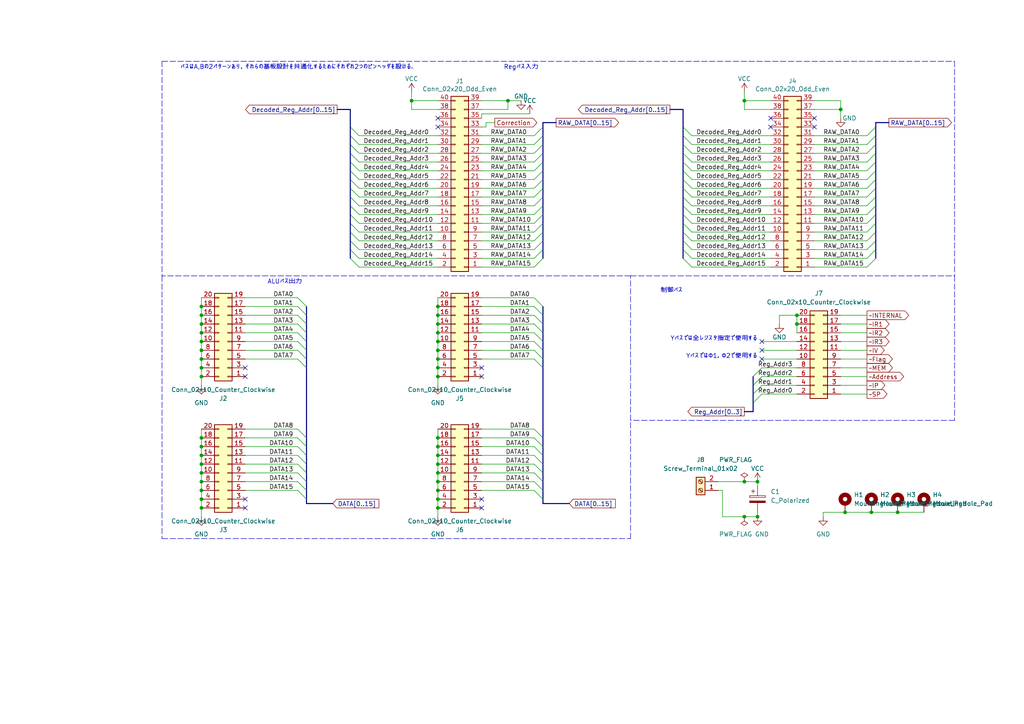
<source format=kicad_sch>
(kicad_sch (version 20211123) (generator eeschema)
  (paper "A4")
  (lib_symbols
    (symbol "Connector:Screw_Terminal_01x02" (pin_names (offset 1.016) hide)
      (property "Reference" "J" (at 0 2.54 0))
      (property "Value" "Screw_Terminal_01x02" (at 0 -5.08 0))
      (symbol "Screw_Terminal_01x02_1_1"
        (rectangle (start -1.27 1.27) (end 1.27 -3.81) (stroke (width 0.254)) (fill (type background)))
        (circle (center 0 -2.54) (radius 0.635) (stroke (width 0.1524)))
        (polyline (pts (xy -0.5334 -2.2098) (xy 0.3302 -3.048)) (stroke (width 0.1524)))
        (polyline (pts (xy -0.5334 0.3302) (xy 0.3302 -0.508)) (stroke (width 0.1524)))
        (polyline (pts (xy -0.3556 -2.032) (xy 0.508 -2.8702)) (stroke (width 0.1524)))
        (polyline (pts (xy -0.3556 0.508) (xy 0.508 -0.3302)) (stroke (width 0.1524)))
        (circle (center 0 0) (radius 0.635) (stroke (width 0.1524)))
        (pin passive line (at -5.08 0 0) (length 3.81) (name "Pin_1") (number "1"))
        (pin passive line (at -5.08 -2.54 0) (length 3.81) (name "Pin_2") (number "2"))
      )
    )
    (symbol "Connector_Generic:Conn_02x10_Odd_Even" (pin_names (offset 1.016) hide)
      (property "Reference" "J" (at 1.27 12.7 0))
      (property "Value" "Conn_02x10_Odd_Even" (at 1.27 -15.24 0))
      (symbol "Conn_02x10_Odd_Even_1_1"
        (rectangle (start -1.27 -12.573) (end 0 -12.827) (stroke (width 0.1524)))
        (rectangle (start -1.27 -10.033) (end 0 -10.287) (stroke (width 0.1524)))
        (rectangle (start -1.27 -7.493) (end 0 -7.747) (stroke (width 0.1524)))
        (rectangle (start -1.27 -4.953) (end 0 -5.207) (stroke (width 0.1524)))
        (rectangle (start -1.27 -2.413) (end 0 -2.667) (stroke (width 0.1524)))
        (rectangle (start -1.27 0.127) (end 0 -0.127) (stroke (width 0.1524)))
        (rectangle (start -1.27 2.667) (end 0 2.413) (stroke (width 0.1524)))
        (rectangle (start -1.27 5.207) (end 0 4.953) (stroke (width 0.1524)))
        (rectangle (start -1.27 7.747) (end 0 7.493) (stroke (width 0.1524)))
        (rectangle (start -1.27 10.287) (end 0 10.033) (stroke (width 0.1524)))
        (rectangle (start -1.27 11.43) (end 3.81 -13.97) (stroke (width 0.254)) (fill (type background)))
        (rectangle (start 3.81 -12.573) (end 2.54 -12.827) (stroke (width 0.1524)))
        (rectangle (start 3.81 -10.033) (end 2.54 -10.287) (stroke (width 0.1524)))
        (rectangle (start 3.81 -7.493) (end 2.54 -7.747) (stroke (width 0.1524)))
        (rectangle (start 3.81 -4.953) (end 2.54 -5.207) (stroke (width 0.1524)))
        (rectangle (start 3.81 -2.413) (end 2.54 -2.667) (stroke (width 0.1524)))
        (rectangle (start 3.81 0.127) (end 2.54 -0.127) (stroke (width 0.1524)))
        (rectangle (start 3.81 2.667) (end 2.54 2.413) (stroke (width 0.1524)))
        (rectangle (start 3.81 5.207) (end 2.54 4.953) (stroke (width 0.1524)))
        (rectangle (start 3.81 7.747) (end 2.54 7.493) (stroke (width 0.1524)))
        (rectangle (start 3.81 10.287) (end 2.54 10.033) (stroke (width 0.1524)))
        (pin passive line (at -5.08 10.16 0) (length 3.81) (name "Pin_1") (number "1"))
        (pin passive line (at 7.62 0 180) (length 3.81) (name "Pin_10") (number "10"))
        (pin passive line (at -5.08 -2.54 0) (length 3.81) (name "Pin_11") (number "11"))
        (pin passive line (at 7.62 -2.54 180) (length 3.81) (name "Pin_12") (number "12"))
        (pin passive line (at -5.08 -5.08 0) (length 3.81) (name "Pin_13") (number "13"))
        (pin passive line (at 7.62 -5.08 180) (length 3.81) (name "Pin_14") (number "14"))
        (pin passive line (at -5.08 -7.62 0) (length 3.81) (name "Pin_15") (number "15"))
        (pin passive line (at 7.62 -7.62 180) (length 3.81) (name "Pin_16") (number "16"))
        (pin passive line (at -5.08 -10.16 0) (length 3.81) (name "Pin_17") (number "17"))
        (pin passive line (at 7.62 -10.16 180) (length 3.81) (name "Pin_18") (number "18"))
        (pin passive line (at -5.08 -12.7 0) (length 3.81) (name "Pin_19") (number "19"))
        (pin passive line (at 7.62 10.16 180) (length 3.81) (name "Pin_2") (number "2"))
        (pin passive line (at 7.62 -12.7 180) (length 3.81) (name "Pin_20") (number "20"))
        (pin passive line (at -5.08 7.62 0) (length 3.81) (name "Pin_3") (number "3"))
        (pin passive line (at 7.62 7.62 180) (length 3.81) (name "Pin_4") (number "4"))
        (pin passive line (at -5.08 5.08 0) (length 3.81) (name "Pin_5") (number "5"))
        (pin passive line (at 7.62 5.08 180) (length 3.81) (name "Pin_6") (number "6"))
        (pin passive line (at -5.08 2.54 0) (length 3.81) (name "Pin_7") (number "7"))
        (pin passive line (at 7.62 2.54 180) (length 3.81) (name "Pin_8") (number "8"))
        (pin passive line (at -5.08 0 0) (length 3.81) (name "Pin_9") (number "9"))
      )
    )
    (symbol "Connector_Generic:Conn_02x20_Odd_Even" (pin_names (offset 1.016) hide)
      (property "Reference" "J" (at 1.27 25.4 0))
      (property "Value" "Conn_02x20_Odd_Even" (at 1.27 -27.94 0))
      (symbol "Conn_02x20_Odd_Even_1_1"
        (rectangle (start -1.27 -25.273) (end 0 -25.527) (stroke (width 0.1524)))
        (rectangle (start -1.27 -22.733) (end 0 -22.987) (stroke (width 0.1524)))
        (rectangle (start -1.27 -20.193) (end 0 -20.447) (stroke (width 0.1524)))
        (rectangle (start -1.27 -17.653) (end 0 -17.907) (stroke (width 0.1524)))
        (rectangle (start -1.27 -15.113) (end 0 -15.367) (stroke (width 0.1524)))
        (rectangle (start -1.27 -12.573) (end 0 -12.827) (stroke (width 0.1524)))
        (rectangle (start -1.27 -10.033) (end 0 -10.287) (stroke (width 0.1524)))
        (rectangle (start -1.27 -7.493) (end 0 -7.747) (stroke (width 0.1524)))
        (rectangle (start -1.27 -4.953) (end 0 -5.207) (stroke (width 0.1524)))
        (rectangle (start -1.27 -2.413) (end 0 -2.667) (stroke (width 0.1524)))
        (rectangle (start -1.27 0.127) (end 0 -0.127) (stroke (width 0.1524)))
        (rectangle (start -1.27 2.667) (end 0 2.413) (stroke (width 0.1524)))
        (rectangle (start -1.27 5.207) (end 0 4.953) (stroke (width 0.1524)))
        (rectangle (start -1.27 7.747) (end 0 7.493) (stroke (width 0.1524)))
        (rectangle (start -1.27 10.287) (end 0 10.033) (stroke (width 0.1524)))
        (rectangle (start -1.27 12.827) (end 0 12.573) (stroke (width 0.1524)))
        (rectangle (start -1.27 15.367) (end 0 15.113) (stroke (width 0.1524)))
        (rectangle (start -1.27 17.907) (end 0 17.653) (stroke (width 0.1524)))
        (rectangle (start -1.27 20.447) (end 0 20.193) (stroke (width 0.1524)))
        (rectangle (start -1.27 22.987) (end 0 22.733) (stroke (width 0.1524)))
        (rectangle (start -1.27 24.13) (end 3.81 -26.67) (stroke (width 0.254)) (fill (type background)))
        (rectangle (start 3.81 -25.273) (end 2.54 -25.527) (stroke (width 0.1524)))
        (rectangle (start 3.81 -22.733) (end 2.54 -22.987) (stroke (width 0.1524)))
        (rectangle (start 3.81 -20.193) (end 2.54 -20.447) (stroke (width 0.1524)))
        (rectangle (start 3.81 -17.653) (end 2.54 -17.907) (stroke (width 0.1524)))
        (rectangle (start 3.81 -15.113) (end 2.54 -15.367) (stroke (width 0.1524)))
        (rectangle (start 3.81 -12.573) (end 2.54 -12.827) (stroke (width 0.1524)))
        (rectangle (start 3.81 -10.033) (end 2.54 -10.287) (stroke (width 0.1524)))
        (rectangle (start 3.81 -7.493) (end 2.54 -7.747) (stroke (width 0.1524)))
        (rectangle (start 3.81 -4.953) (end 2.54 -5.207) (stroke (width 0.1524)))
        (rectangle (start 3.81 -2.413) (end 2.54 -2.667) (stroke (width 0.1524)))
        (rectangle (start 3.81 0.127) (end 2.54 -0.127) (stroke (width 0.1524)))
        (rectangle (start 3.81 2.667) (end 2.54 2.413) (stroke (width 0.1524)))
        (rectangle (start 3.81 5.207) (end 2.54 4.953) (stroke (width 0.1524)))
        (rectangle (start 3.81 7.747) (end 2.54 7.493) (stroke (width 0.1524)))
        (rectangle (start 3.81 10.287) (end 2.54 10.033) (stroke (width 0.1524)))
        (rectangle (start 3.81 12.827) (end 2.54 12.573) (stroke (width 0.1524)))
        (rectangle (start 3.81 15.367) (end 2.54 15.113) (stroke (width 0.1524)))
        (rectangle (start 3.81 17.907) (end 2.54 17.653) (stroke (width 0.1524)))
        (rectangle (start 3.81 20.447) (end 2.54 20.193) (stroke (width 0.1524)))
        (rectangle (start 3.81 22.987) (end 2.54 22.733) (stroke (width 0.1524)))
        (pin passive line (at -5.08 22.86 0) (length 3.81) (name "Pin_1") (number "1"))
        (pin passive line (at 7.62 12.7 180) (length 3.81) (name "Pin_10") (number "10"))
        (pin passive line (at -5.08 10.16 0) (length 3.81) (name "Pin_11") (number "11"))
        (pin passive line (at 7.62 10.16 180) (length 3.81) (name "Pin_12") (number "12"))
        (pin passive line (at -5.08 7.62 0) (length 3.81) (name "Pin_13") (number "13"))
        (pin passive line (at 7.62 7.62 180) (length 3.81) (name "Pin_14") (number "14"))
        (pin passive line (at -5.08 5.08 0) (length 3.81) (name "Pin_15") (number "15"))
        (pin passive line (at 7.62 5.08 180) (length 3.81) (name "Pin_16") (number "16"))
        (pin passive line (at -5.08 2.54 0) (length 3.81) (name "Pin_17") (number "17"))
        (pin passive line (at 7.62 2.54 180) (length 3.81) (name "Pin_18") (number "18"))
        (pin passive line (at -5.08 0 0) (length 3.81) (name "Pin_19") (number "19"))
        (pin passive line (at 7.62 22.86 180) (length 3.81) (name "Pin_2") (number "2"))
        (pin passive line (at 7.62 0 180) (length 3.81) (name "Pin_20") (number "20"))
        (pin passive line (at -5.08 -2.54 0) (length 3.81) (name "Pin_21") (number "21"))
        (pin passive line (at 7.62 -2.54 180) (length 3.81) (name "Pin_22") (number "22"))
        (pin passive line (at -5.08 -5.08 0) (length 3.81) (name "Pin_23") (number "23"))
        (pin passive line (at 7.62 -5.08 180) (length 3.81) (name "Pin_24") (number "24"))
        (pin passive line (at -5.08 -7.62 0) (length 3.81) (name "Pin_25") (number "25"))
        (pin passive line (at 7.62 -7.62 180) (length 3.81) (name "Pin_26") (number "26"))
        (pin passive line (at -5.08 -10.16 0) (length 3.81) (name "Pin_27") (number "27"))
        (pin passive line (at 7.62 -10.16 180) (length 3.81) (name "Pin_28") (number "28"))
        (pin passive line (at -5.08 -12.7 0) (length 3.81) (name "Pin_29") (number "29"))
        (pin passive line (at -5.08 20.32 0) (length 3.81) (name "Pin_3") (number "3"))
        (pin passive line (at 7.62 -12.7 180) (length 3.81) (name "Pin_30") (number "30"))
        (pin passive line (at -5.08 -15.24 0) (length 3.81) (name "Pin_31") (number "31"))
        (pin passive line (at 7.62 -15.24 180) (length 3.81) (name "Pin_32") (number "32"))
        (pin passive line (at -5.08 -17.78 0) (length 3.81) (name "Pin_33") (number "33"))
        (pin passive line (at 7.62 -17.78 180) (length 3.81) (name "Pin_34") (number "34"))
        (pin passive line (at -5.08 -20.32 0) (length 3.81) (name "Pin_35") (number "35"))
        (pin passive line (at 7.62 -20.32 180) (length 3.81) (name "Pin_36") (number "36"))
        (pin passive line (at -5.08 -22.86 0) (length 3.81) (name "Pin_37") (number "37"))
        (pin passive line (at 7.62 -22.86 180) (length 3.81) (name "Pin_38") (number "38"))
        (pin passive line (at -5.08 -25.4 0) (length 3.81) (name "Pin_39") (number "39"))
        (pin passive line (at 7.62 20.32 180) (length 3.81) (name "Pin_4") (number "4"))
        (pin passive line (at 7.62 -25.4 180) (length 3.81) (name "Pin_40") (number "40"))
        (pin passive line (at -5.08 17.78 0) (length 3.81) (name "Pin_5") (number "5"))
        (pin passive line (at 7.62 17.78 180) (length 3.81) (name "Pin_6") (number "6"))
        (pin passive line (at -5.08 15.24 0) (length 3.81) (name "Pin_7") (number "7"))
        (pin passive line (at 7.62 15.24 180) (length 3.81) (name "Pin_8") (number "8"))
        (pin passive line (at -5.08 12.7 0) (length 3.81) (name "Pin_9") (number "9"))
      )
    )
    (symbol "Device:C_Polarized" (pin_numbers hide) (pin_names (offset 0.254))
      (property "Reference" "C" (at 0.635 2.54 0))
      (property "Value" "C_Polarized" (at 0.635 -2.54 0))
      (symbol "C_Polarized_0_1"
        (rectangle (start -2.286 0.508) (end 2.286 1.016))
        (polyline (pts (xy -1.778 2.286) (xy -0.762 2.286)))
        (polyline (pts (xy -1.27 2.794) (xy -1.27 1.778)))
        (rectangle (start 2.286 -0.508) (end -2.286 -1.016) (fill (type outline)))
      )
      (symbol "C_Polarized_1_1"
        (pin passive line (at 0 3.81 270) (length 2.794) (name "~") (number "1"))
        (pin passive line (at 0 -3.81 90) (length 2.794) (name "~") (number "2"))
      )
    )
    (symbol "Mechanical:MountingHole_Pad" (pin_numbers hide) (pin_names (offset 1.016) hide)
      (property "Reference" "H" (at 0 6.35 0))
      (property "Value" "MountingHole_Pad" (at 0 4.445 0))
      (symbol "MountingHole_Pad_0_1"
        (circle (center 0 1.27) (radius 1.27) (stroke (width 1.27)))
      )
      (symbol "MountingHole_Pad_1_1"
        (pin input line (at 0 -2.54 90) (length 2.54) (name "1") (number "1"))
      )
    )
    (symbol "power:GND" (power) (pin_names (offset 0))
      (property "Value" "GND" (at 0 -3.81 0))
      (symbol "GND_0_1"
        (polyline (pts (xy 0 0) (xy 0 -1.27) (xy 1.27 -1.27) (xy 0 -2.54) (xy -1.27 -1.27) (xy 0 -1.27)))
      )
      (symbol "GND_1_1"
        (pin power_in line (at 0 0 270) (length 0) hide (name "GND") (number "1"))
      )
    )
    (symbol "power:PWR_FLAG" (power) (pin_numbers hide) (pin_names (offset 0) hide)
      (property "Value" "PWR_FLAG" (at 0 3.81 0))
      (symbol "PWR_FLAG_0_0"
        (pin power_out line (at 0 0 90) (length 0) (name "pwr") (number "1"))
      )
      (symbol "PWR_FLAG_0_1"
        (polyline (pts (xy 0 0) (xy 0 1.27) (xy -1.016 1.905) (xy 0 2.54) (xy 1.016 1.905) (xy 0 1.27)))
      )
    )
    (symbol "power:VCC" (power) (pin_names (offset 0))
      (property "Value" "VCC" (at 0 3.81 0))
      (symbol "VCC_0_1"
        (polyline (pts (xy -0.762 1.27) (xy 0 2.54)))
        (polyline (pts (xy 0 0) (xy 0 2.54)))
        (polyline (pts (xy 0 2.54) (xy 0.762 1.27)))
      )
      (symbol "VCC_1_1"
        (pin power_in line (at 0 0 90) (length 0) hide (name "VCC") (number "1"))
      )
    )
  )
  (junction (at 58.42 106.68))
  (junction (at 245.11 148.59))
  (junction (at 127 132.08))
  (junction (at 127 88.9))
  (junction (at 127 99.06))
  (junction (at 127 144.78))
  (junction (at 127 106.68))
  (junction (at 215.9 29.21))
  (junction (at 58.42 99.06))
  (junction (at 215.9 149.86))
  (junction (at 58.42 101.6))
  (junction (at 58.42 144.78))
  (junction (at 58.42 139.7))
  (junction (at 58.42 127))
  (junction (at 231.14 93.98))
  (junction (at 127 139.7))
  (junction (at 119.38 29.21))
  (junction (at 215.9 139.7))
  (junction (at 58.42 88.9))
  (junction (at 58.42 91.44))
  (junction (at 127 91.44))
  (junction (at 58.42 147.32))
  (junction (at 58.42 132.08))
  (junction (at 127 142.24))
  (junction (at 219.71 139.7))
  (junction (at 260.35 148.59))
  (junction (at 127 93.98))
  (junction (at 243.84 31.75))
  (junction (at 127 147.32))
  (junction (at 127 96.52))
  (junction (at 127 129.54))
  (junction (at 219.71 149.86))
  (junction (at 58.42 109.22))
  (junction (at 127 134.62))
  (junction (at 147.32 29.21))
  (junction (at 127 104.14))
  (junction (at 58.42 104.14))
  (junction (at 58.42 134.62))
  (junction (at 127 109.22))
  (junction (at 127 137.16))
  (junction (at 58.42 129.54))
  (junction (at 58.42 142.24))
  (junction (at 231.14 91.44))
  (junction (at 58.42 93.98))
  (junction (at 127 127))
  (junction (at 58.42 96.52))
  (junction (at 127 101.6))
  (junction (at 58.42 137.16))
  (junction (at 252.73 148.59))
  (no_connect (at 236.22 34.29))
  (no_connect (at 71.12 147.32))
  (no_connect (at 71.12 106.68))
  (no_connect (at 71.12 109.22))
  (no_connect (at 139.7 147.32))
  (no_connect (at 220.98 101.6))
  (no_connect (at 220.98 104.14))
  (no_connect (at 71.12 144.78))
  (no_connect (at 127 36.83))
  (no_connect (at 139.7 109.22))
  (no_connect (at 127 34.29))
  (no_connect (at 223.52 34.29))
  (no_connect (at 220.98 99.06))
  (no_connect (at 139.7 144.78))
  (no_connect (at 223.52 36.83))
  (no_connect (at 236.22 36.83))
  (no_connect (at 139.7 106.68))
  (bus_entry (at 198.12 57.15) (size 2.54 2.54))
  (bus_entry (at 254 36.83) (size -2.54 2.54))
  (bus_entry (at 154.94 96.52) (size 2.54 2.54))
  (bus_entry (at 198.12 46.99) (size 2.54 2.54))
  (bus_entry (at 198.12 39.37) (size 2.54 2.54))
  (bus_entry (at 157.48 46.99) (size -2.54 2.54))
  (bus_entry (at 254 67.31) (size -2.54 2.54))
  (bus_entry (at 101.6 74.93) (size 2.54 2.54))
  (bus_entry (at 254 49.53) (size -2.54 2.54))
  (bus_entry (at 154.94 127) (size 2.54 2.54))
  (bus_entry (at 101.6 69.85) (size 2.54 2.54))
  (bus_entry (at 198.12 59.69) (size 2.54 2.54))
  (bus_entry (at 86.36 134.62) (size 2.54 2.54))
  (bus_entry (at 198.12 67.31) (size 2.54 2.54))
  (bus_entry (at 86.36 142.24) (size 2.54 2.54))
  (bus_entry (at 157.48 41.91) (size -2.54 2.54))
  (bus_entry (at 157.48 62.23) (size -2.54 2.54))
  (bus_entry (at 101.6 41.91) (size 2.54 2.54))
  (bus_entry (at 154.94 139.7) (size 2.54 2.54))
  (bus_entry (at 157.48 69.85) (size -2.54 2.54))
  (bus_entry (at 198.12 54.61) (size 2.54 2.54))
  (bus_entry (at 154.94 93.98) (size 2.54 2.54))
  (bus_entry (at 86.36 96.52) (size 2.54 2.54))
  (bus_entry (at 86.36 99.06) (size 2.54 2.54))
  (bus_entry (at 86.36 101.6) (size 2.54 2.54))
  (bus_entry (at 86.36 104.14) (size 2.54 2.54))
  (bus_entry (at 86.36 86.36) (size 2.54 2.54))
  (bus_entry (at 86.36 88.9) (size 2.54 2.54))
  (bus_entry (at 86.36 91.44) (size 2.54 2.54))
  (bus_entry (at 86.36 93.98) (size 2.54 2.54))
  (bus_entry (at 198.12 41.91) (size 2.54 2.54))
  (bus_entry (at 254 72.39) (size -2.54 2.54))
  (bus_entry (at 154.94 86.36) (size 2.54 2.54))
  (bus_entry (at 198.12 64.77) (size 2.54 2.54))
  (bus_entry (at 254 74.93) (size -2.54 2.54))
  (bus_entry (at 157.48 44.45) (size -2.54 2.54))
  (bus_entry (at 198.12 36.83) (size 2.54 2.54))
  (bus_entry (at 198.12 69.85) (size 2.54 2.54))
  (bus_entry (at 101.6 36.83) (size 2.54 2.54))
  (bus_entry (at 154.94 91.44) (size 2.54 2.54))
  (bus_entry (at 101.6 59.69) (size 2.54 2.54))
  (bus_entry (at 101.6 54.61) (size 2.54 2.54))
  (bus_entry (at 198.12 52.07) (size 2.54 2.54))
  (bus_entry (at 157.48 54.61) (size -2.54 2.54))
  (bus_entry (at 198.12 62.23) (size 2.54 2.54))
  (bus_entry (at 254 39.37) (size -2.54 2.54))
  (bus_entry (at 254 41.91) (size -2.54 2.54))
  (bus_entry (at 101.6 64.77) (size 2.54 2.54))
  (bus_entry (at 101.6 62.23) (size 2.54 2.54))
  (bus_entry (at 101.6 49.53) (size 2.54 2.54))
  (bus_entry (at 157.48 64.77) (size -2.54 2.54))
  (bus_entry (at 86.36 127) (size 2.54 2.54))
  (bus_entry (at 154.94 137.16) (size 2.54 2.54))
  (bus_entry (at 101.6 46.99) (size 2.54 2.54))
  (bus_entry (at 154.94 99.06) (size 2.54 2.54))
  (bus_entry (at 154.94 142.24) (size 2.54 2.54))
  (bus_entry (at 154.94 88.9) (size 2.54 2.54))
  (bus_entry (at 218.44 116.84) (size 2.54 -2.54))
  (bus_entry (at 218.44 114.3) (size 2.54 -2.54))
  (bus_entry (at 218.44 109.22) (size 2.54 -2.54))
  (bus_entry (at 218.44 111.76) (size 2.54 -2.54))
  (bus_entry (at 198.12 49.53) (size 2.54 2.54))
  (bus_entry (at 101.6 57.15) (size 2.54 2.54))
  (bus_entry (at 254 57.15) (size -2.54 2.54))
  (bus_entry (at 154.94 104.14) (size 2.54 2.54))
  (bus_entry (at 198.12 74.93) (size 2.54 2.54))
  (bus_entry (at 86.36 132.08) (size 2.54 2.54))
  (bus_entry (at 86.36 139.7) (size 2.54 2.54))
  (bus_entry (at 198.12 72.39) (size 2.54 2.54))
  (bus_entry (at 157.48 67.31) (size -2.54 2.54))
  (bus_entry (at 157.48 57.15) (size -2.54 2.54))
  (bus_entry (at 86.36 137.16) (size 2.54 2.54))
  (bus_entry (at 254 46.99) (size -2.54 2.54))
  (bus_entry (at 101.6 67.31) (size 2.54 2.54))
  (bus_entry (at 198.12 44.45) (size 2.54 2.54))
  (bus_entry (at 101.6 52.07) (size 2.54 2.54))
  (bus_entry (at 101.6 39.37) (size 2.54 2.54))
  (bus_entry (at 86.36 129.54) (size 2.54 2.54))
  (bus_entry (at 254 44.45) (size -2.54 2.54))
  (bus_entry (at 154.94 134.62) (size 2.54 2.54))
  (bus_entry (at 154.94 101.6) (size 2.54 2.54))
  (bus_entry (at 157.48 72.39) (size -2.54 2.54))
  (bus_entry (at 254 52.07) (size -2.54 2.54))
  (bus_entry (at 101.6 72.39) (size 2.54 2.54))
  (bus_entry (at 154.94 132.08) (size 2.54 2.54))
  (bus_entry (at 101.6 44.45) (size 2.54 2.54))
  (bus_entry (at 86.36 124.46) (size 2.54 2.54))
  (bus_entry (at 157.48 74.93) (size -2.54 2.54))
  (bus_entry (at 254 69.85) (size -2.54 2.54))
  (bus_entry (at 157.48 49.53) (size -2.54 2.54))
  (bus_entry (at 157.48 39.37) (size -2.54 2.54))
  (bus_entry (at 254 64.77) (size -2.54 2.54))
  (bus_entry (at 154.94 129.54) (size 2.54 2.54))
  (bus_entry (at 157.48 52.07) (size -2.54 2.54))
  (bus_entry (at 154.94 124.46) (size 2.54 2.54))
  (bus_entry (at 254 62.23) (size -2.54 2.54))
  (bus_entry (at 254 54.61) (size -2.54 2.54))
  (bus_entry (at 157.48 36.83) (size -2.54 2.54))
  (bus_entry (at 157.48 59.69) (size -2.54 2.54))
  (bus_entry (at 254 59.69) (size -2.54 2.54))
  (wire (pts (xy 236.22 77.47) (xy 251.46 77.47)))
  (bus (pts (xy 157.48 101.6) (xy 157.48 104.14)))
  (bus (pts (xy 198.12 41.91) (xy 198.12 44.45)))
  (wire (pts (xy 154.94 142.24) (xy 139.7 142.24)))
  (wire (pts (xy 86.36 101.6) (xy 71.12 101.6)))
  (polyline (pts (xy 182.88 80.01) (xy 46.99 80.01)))
  (bus (pts (xy 254 36.83) (xy 254 39.37)))
  (wire (pts (xy 86.36 142.24) (xy 71.12 142.24)))
  (bus (pts (xy 198.12 46.99) (xy 198.12 49.53)))
  (wire (pts (xy 86.36 93.98) (xy 71.12 93.98)))
  (bus (pts (xy 157.48 137.16) (xy 157.48 139.7)))
  (bus (pts (xy 198.12 67.31) (xy 198.12 69.85)))
  (wire (pts (xy 127 31.75) (xy 119.38 31.75)))
  (wire (pts (xy 86.36 104.14) (xy 71.12 104.14)))
  (wire (pts (xy 58.42 106.68) (xy 58.42 109.22)))
  (wire (pts (xy 127 101.6) (xy 127 104.14)))
  (bus (pts (xy 157.48 41.91) (xy 157.48 44.45)))
  (bus (pts (xy 157.48 132.08) (xy 157.48 134.62)))
  (bus (pts (xy 157.48 104.14) (xy 157.48 106.68)))
  (bus (pts (xy 161.29 35.56) (xy 157.48 35.56)))
  (bus (pts (xy 88.9 127) (xy 88.9 129.54)))
  (wire (pts (xy 220.98 111.76) (xy 231.14 111.76)))
  (bus (pts (xy 157.48 88.9) (xy 157.48 91.44)))
  (wire (pts (xy 86.36 139.7) (xy 71.12 139.7)))
  (bus (pts (xy 198.12 44.45) (xy 198.12 46.99)))
  (wire (pts (xy 139.7 33.02) (xy 139.7 34.29)))
  (wire (pts (xy 147.32 29.21) (xy 147.32 31.75)))
  (bus (pts (xy 88.9 104.14) (xy 88.9 106.68)))
  (wire (pts (xy 223.52 57.15) (xy 200.66 57.15)))
  (wire (pts (xy 154.94 134.62) (xy 139.7 134.62)))
  (wire (pts (xy 139.7 69.85) (xy 154.94 69.85)))
  (bus (pts (xy 157.48 72.39) (xy 157.48 74.93)))
  (wire (pts (xy 220.98 106.68) (xy 231.14 106.68)))
  (wire (pts (xy 86.36 91.44) (xy 71.12 91.44)))
  (wire (pts (xy 226.06 91.44) (xy 226.06 93.98)))
  (bus (pts (xy 157.48 69.85) (xy 157.48 72.39)))
  (bus (pts (xy 88.9 101.6) (xy 88.9 104.14)))
  (wire (pts (xy 220.98 109.22) (xy 231.14 109.22)))
  (wire (pts (xy 243.84 114.3) (xy 251.46 114.3)))
  (bus (pts (xy 157.48 44.45) (xy 157.48 46.99)))
  (wire (pts (xy 86.36 127) (xy 71.12 127)))
  (wire (pts (xy 127 69.85) (xy 104.14 69.85)))
  (wire (pts (xy 127 77.47) (xy 104.14 77.47)))
  (wire (pts (xy 252.73 148.59) (xy 245.11 148.59)))
  (wire (pts (xy 86.36 88.9) (xy 71.12 88.9)))
  (wire (pts (xy 127 129.54) (xy 127 132.08)))
  (wire (pts (xy 139.7 36.83) (xy 140.97 36.83)))
  (bus (pts (xy 157.48 64.77) (xy 157.48 67.31)))
  (wire (pts (xy 127 127) (xy 127 129.54)))
  (wire (pts (xy 223.52 46.99) (xy 200.66 46.99)))
  (bus (pts (xy 198.12 62.23) (xy 198.12 64.77)))
  (wire (pts (xy 86.36 124.46) (xy 71.12 124.46)))
  (bus (pts (xy 88.9 134.62) (xy 88.9 137.16)))
  (wire (pts (xy 58.42 101.6) (xy 58.42 104.14)))
  (wire (pts (xy 139.7 74.93) (xy 154.94 74.93)))
  (wire (pts (xy 236.22 67.31) (xy 251.46 67.31)))
  (wire (pts (xy 223.52 67.31) (xy 200.66 67.31)))
  (wire (pts (xy 58.42 109.22) (xy 58.42 111.76)))
  (bus (pts (xy 88.9 99.06) (xy 88.9 101.6)))
  (wire (pts (xy 127 49.53) (xy 104.14 49.53)))
  (wire (pts (xy 208.28 139.7) (xy 215.9 139.7)))
  (wire (pts (xy 208.28 142.24) (xy 209.55 142.24)))
  (bus (pts (xy 88.9 88.9) (xy 88.9 91.44)))
  (wire (pts (xy 147.32 29.21) (xy 139.7 29.21)))
  (bus (pts (xy 254 54.61) (xy 254 57.15)))
  (wire (pts (xy 86.36 137.16) (xy 71.12 137.16)))
  (bus (pts (xy 157.48 35.56) (xy 157.48 36.83)))
  (bus (pts (xy 101.6 49.53) (xy 101.6 52.07)))
  (wire (pts (xy 127 109.22) (xy 127 111.76)))
  (bus (pts (xy 101.6 67.31) (xy 101.6 69.85)))
  (bus (pts (xy 254 41.91) (xy 254 44.45)))
  (wire (pts (xy 243.84 34.29) (xy 243.84 31.75)))
  (polyline (pts (xy 276.86 17.78) (xy 276.86 80.01)))
  (bus (pts (xy 88.9 91.44) (xy 88.9 93.98)))
  (wire (pts (xy 223.52 29.21) (xy 215.9 29.21)))
  (bus (pts (xy 157.48 49.53) (xy 157.48 52.07)))
  (wire (pts (xy 236.22 64.77) (xy 251.46 64.77)))
  (bus (pts (xy 88.9 142.24) (xy 88.9 144.78)))
  (bus (pts (xy 157.48 91.44) (xy 157.48 93.98)))
  (wire (pts (xy 86.36 86.36) (xy 71.12 86.36)))
  (bus (pts (xy 157.48 106.68) (xy 157.48 127)))
  (wire (pts (xy 236.22 52.07) (xy 251.46 52.07)))
  (bus (pts (xy 198.12 59.69) (xy 198.12 62.23)))
  (bus (pts (xy 101.6 72.39) (xy 101.6 74.93)))
  (bus (pts (xy 101.6 31.75) (xy 101.6 36.83)))
  (wire (pts (xy 236.22 39.37) (xy 251.46 39.37)))
  (wire (pts (xy 154.94 93.98) (xy 139.7 93.98)))
  (wire (pts (xy 223.52 64.77) (xy 200.66 64.77)))
  (polyline (pts (xy 46.99 17.78) (xy 46.99 80.01)))
  (wire (pts (xy 127 46.99) (xy 104.14 46.99)))
  (polyline (pts (xy 182.88 17.78) (xy 276.86 17.78)))
  (bus (pts (xy 254 35.56) (xy 254 36.83)))
  (wire (pts (xy 58.42 142.24) (xy 58.42 144.78)))
  (wire (pts (xy 243.84 96.52) (xy 251.46 96.52)))
  (bus (pts (xy 254 69.85) (xy 254 72.39)))
  (wire (pts (xy 238.76 148.59) (xy 238.76 149.86)))
  (polyline (pts (xy 276.86 80.01) (xy 276.86 121.92)))
  (bus (pts (xy 101.6 44.45) (xy 101.6 46.99)))
  (bus (pts (xy 198.12 72.39) (xy 198.12 74.93)))
  (bus (pts (xy 101.6 59.69) (xy 101.6 62.23)))
  (wire (pts (xy 127 72.39) (xy 104.14 72.39)))
  (wire (pts (xy 58.42 127) (xy 58.42 129.54)))
  (wire (pts (xy 58.42 137.16) (xy 58.42 139.7)))
  (bus (pts (xy 157.48 46.99) (xy 157.48 49.53)))
  (wire (pts (xy 127 104.14) (xy 127 106.68)))
  (wire (pts (xy 139.7 41.91) (xy 154.94 41.91)))
  (bus (pts (xy 88.9 106.68) (xy 88.9 127)))
  (wire (pts (xy 223.52 49.53) (xy 200.66 49.53)))
  (wire (pts (xy 154.94 86.36) (xy 139.7 86.36)))
  (bus (pts (xy 101.6 41.91) (xy 101.6 44.45)))
  (wire (pts (xy 140.97 35.56) (xy 140.97 36.83)))
  (wire (pts (xy 243.84 31.75) (xy 243.84 29.21)))
  (wire (pts (xy 219.71 148.59) (xy 219.71 149.86)))
  (wire (pts (xy 223.52 69.85) (xy 200.66 69.85)))
  (bus (pts (xy 218.44 109.22) (xy 218.44 111.76)))
  (wire (pts (xy 154.94 124.46) (xy 139.7 124.46)))
  (wire (pts (xy 236.22 62.23) (xy 251.46 62.23)))
  (bus (pts (xy 157.48 67.31) (xy 157.48 69.85)))
  (bus (pts (xy 198.12 54.61) (xy 198.12 57.15)))
  (bus (pts (xy 218.44 111.76) (xy 218.44 114.3)))
  (wire (pts (xy 236.22 46.99) (xy 251.46 46.99)))
  (wire (pts (xy 154.94 96.52) (xy 139.7 96.52)))
  (bus (pts (xy 88.9 146.05) (xy 96.52 146.05)))
  (wire (pts (xy 127 124.46) (xy 127 127)))
  (bus (pts (xy 88.9 139.7) (xy 88.9 142.24)))
  (polyline (pts (xy 46.99 17.78) (xy 182.88 17.78)))
  (wire (pts (xy 139.7 64.77) (xy 154.94 64.77)))
  (wire (pts (xy 139.7 46.99) (xy 154.94 46.99)))
  (bus (pts (xy 254 44.45) (xy 254 46.99)))
  (wire (pts (xy 58.42 134.62) (xy 58.42 137.16)))
  (wire (pts (xy 139.7 72.39) (xy 154.94 72.39)))
  (wire (pts (xy 139.7 54.61) (xy 154.94 54.61)))
  (wire (pts (xy 243.84 31.75) (xy 236.22 31.75)))
  (bus (pts (xy 257.81 35.56) (xy 254 35.56)))
  (wire (pts (xy 139.7 33.02) (xy 153.67 33.02)))
  (bus (pts (xy 254 62.23) (xy 254 64.77)))
  (wire (pts (xy 215.9 26.67) (xy 215.9 29.21)))
  (wire (pts (xy 58.42 99.06) (xy 58.42 101.6)))
  (bus (pts (xy 157.48 52.07) (xy 157.48 54.61)))
  (bus (pts (xy 198.12 31.75) (xy 198.12 36.83)))
  (wire (pts (xy 236.22 57.15) (xy 251.46 57.15)))
  (wire (pts (xy 127 139.7) (xy 127 142.24)))
  (wire (pts (xy 223.52 44.45) (xy 200.66 44.45)))
  (wire (pts (xy 223.52 31.75) (xy 215.9 31.75)))
  (wire (pts (xy 243.84 99.06) (xy 251.46 99.06)))
  (bus (pts (xy 198.12 69.85) (xy 198.12 72.39)))
  (bus (pts (xy 101.6 57.15) (xy 101.6 59.69)))
  (wire (pts (xy 243.84 111.76) (xy 251.46 111.76)))
  (wire (pts (xy 139.7 62.23) (xy 154.94 62.23)))
  (wire (pts (xy 127 106.68) (xy 127 109.22)))
  (wire (pts (xy 139.7 39.37) (xy 154.94 39.37)))
  (bus (pts (xy 254 52.07) (xy 254 54.61)))
  (wire (pts (xy 223.52 39.37) (xy 200.66 39.37)))
  (wire (pts (xy 127 57.15) (xy 104.14 57.15)))
  (wire (pts (xy 220.98 104.14) (xy 231.14 104.14)))
  (bus (pts (xy 101.6 39.37) (xy 101.6 41.91)))
  (wire (pts (xy 58.42 144.78) (xy 58.42 147.32)))
  (wire (pts (xy 154.94 137.16) (xy 139.7 137.16)))
  (wire (pts (xy 236.22 69.85) (xy 251.46 69.85)))
  (wire (pts (xy 86.36 132.08) (xy 71.12 132.08)))
  (wire (pts (xy 119.38 29.21) (xy 119.38 31.75)))
  (wire (pts (xy 127 29.21) (xy 119.38 29.21)))
  (bus (pts (xy 101.6 46.99) (xy 101.6 49.53)))
  (wire (pts (xy 215.9 29.21) (xy 215.9 31.75)))
  (wire (pts (xy 127 39.37) (xy 104.14 39.37)))
  (wire (pts (xy 215.9 139.7) (xy 219.71 139.7)))
  (bus (pts (xy 157.48 127) (xy 157.48 129.54)))
  (wire (pts (xy 219.71 139.7) (xy 219.71 140.97)))
  (bus (pts (xy 101.6 54.61) (xy 101.6 57.15)))
  (bus (pts (xy 157.48 39.37) (xy 157.48 41.91)))
  (wire (pts (xy 127 91.44) (xy 127 93.98)))
  (wire (pts (xy 127 59.69) (xy 104.14 59.69)))
  (wire (pts (xy 223.52 52.07) (xy 200.66 52.07)))
  (wire (pts (xy 143.51 35.56) (xy 140.97 35.56)))
  (wire (pts (xy 223.52 77.47) (xy 200.66 77.47)))
  (polyline (pts (xy 46.99 156.21) (xy 182.88 156.21)))
  (bus (pts (xy 254 49.53) (xy 254 52.07)))
  (bus (pts (xy 157.48 62.23) (xy 157.48 64.77)))
  (wire (pts (xy 58.42 147.32) (xy 58.42 149.86)))
  (bus (pts (xy 101.6 62.23) (xy 101.6 64.77)))
  (wire (pts (xy 119.38 26.67) (xy 119.38 29.21)))
  (bus (pts (xy 254 57.15) (xy 254 59.69)))
  (bus (pts (xy 254 39.37) (xy 254 41.91)))
  (wire (pts (xy 236.22 59.69) (xy 251.46 59.69)))
  (wire (pts (xy 236.22 54.61) (xy 251.46 54.61)))
  (wire (pts (xy 58.42 104.14) (xy 58.42 106.68)))
  (wire (pts (xy 154.94 127) (xy 139.7 127)))
  (wire (pts (xy 127 142.24) (xy 127 144.78)))
  (wire (pts (xy 243.84 91.44) (xy 251.46 91.44)))
  (wire (pts (xy 58.42 86.36) (xy 58.42 88.9)))
  (bus (pts (xy 198.12 52.07) (xy 198.12 54.61)))
  (wire (pts (xy 236.22 44.45) (xy 251.46 44.45)))
  (wire (pts (xy 58.42 93.98) (xy 58.42 96.52)))
  (bus (pts (xy 198.12 39.37) (xy 198.12 41.91)))
  (wire (pts (xy 127 41.91) (xy 104.14 41.91)))
  (wire (pts (xy 127 52.07) (xy 104.14 52.07)))
  (wire (pts (xy 223.52 54.61) (xy 200.66 54.61)))
  (wire (pts (xy 58.42 129.54) (xy 58.42 132.08)))
  (wire (pts (xy 127 74.93) (xy 104.14 74.93)))
  (wire (pts (xy 151.13 29.21) (xy 147.32 29.21)))
  (wire (pts (xy 139.7 57.15) (xy 154.94 57.15)))
  (wire (pts (xy 220.98 114.3) (xy 231.14 114.3)))
  (wire (pts (xy 86.36 99.06) (xy 71.12 99.06)))
  (wire (pts (xy 58.42 91.44) (xy 58.42 93.98)))
  (wire (pts (xy 209.55 142.24) (xy 209.55 149.86)))
  (wire (pts (xy 139.7 67.31) (xy 154.94 67.31)))
  (wire (pts (xy 147.32 31.75) (xy 139.7 31.75)))
  (bus (pts (xy 101.6 52.07) (xy 101.6 54.61)))
  (wire (pts (xy 154.94 132.08) (xy 139.7 132.08)))
  (bus (pts (xy 198.12 36.83) (xy 198.12 39.37)))
  (bus (pts (xy 254 67.31) (xy 254 69.85)))
  (wire (pts (xy 127 86.36) (xy 127 88.9)))
  (bus (pts (xy 194.31 31.75) (xy 198.12 31.75)))
  (bus (pts (xy 157.48 96.52) (xy 157.48 99.06)))
  (polyline (pts (xy 182.88 156.21) (xy 182.88 80.01)))
  (wire (pts (xy 139.7 44.45) (xy 154.94 44.45)))
  (wire (pts (xy 58.42 132.08) (xy 58.42 134.62)))
  (wire (pts (xy 58.42 139.7) (xy 58.42 142.24)))
  (bus (pts (xy 198.12 57.15) (xy 198.12 59.69)))
  (bus (pts (xy 88.9 129.54) (xy 88.9 132.08)))
  (wire (pts (xy 139.7 52.07) (xy 154.94 52.07)))
  (wire (pts (xy 139.7 77.47) (xy 154.94 77.47)))
  (wire (pts (xy 139.7 49.53) (xy 154.94 49.53)))
  (bus (pts (xy 88.9 144.78) (xy 88.9 146.05)))
  (wire (pts (xy 154.94 139.7) (xy 139.7 139.7)))
  (wire (pts (xy 220.98 101.6) (xy 231.14 101.6)))
  (bus (pts (xy 215.9 119.38) (xy 218.44 119.38)))
  (wire (pts (xy 127 137.16) (xy 127 139.7)))
  (bus (pts (xy 157.48 57.15) (xy 157.48 59.69)))
  (wire (pts (xy 236.22 72.39) (xy 251.46 72.39)))
  (wire (pts (xy 236.22 74.93) (xy 251.46 74.93)))
  (wire (pts (xy 154.94 129.54) (xy 139.7 129.54)))
  (wire (pts (xy 231.14 91.44) (xy 226.06 91.44)))
  (bus (pts (xy 157.48 144.78) (xy 157.48 146.05)))
  (wire (pts (xy 243.84 106.68) (xy 251.46 106.68)))
  (bus (pts (xy 157.48 139.7) (xy 157.48 142.24)))
  (wire (pts (xy 127 99.06) (xy 127 101.6)))
  (bus (pts (xy 88.9 137.16) (xy 88.9 139.7)))
  (wire (pts (xy 245.11 148.59) (xy 238.76 148.59)))
  (bus (pts (xy 88.9 96.52) (xy 88.9 99.06)))
  (bus (pts (xy 101.6 36.83) (xy 101.6 39.37)))
  (wire (pts (xy 223.52 62.23) (xy 200.66 62.23)))
  (wire (pts (xy 223.52 74.93) (xy 200.66 74.93)))
  (wire (pts (xy 243.84 101.6) (xy 251.46 101.6)))
  (wire (pts (xy 127 62.23) (xy 104.14 62.23)))
  (wire (pts (xy 127 44.45) (xy 104.14 44.45)))
  (polyline (pts (xy 182.88 80.01) (xy 276.86 80.01)))
  (wire (pts (xy 86.36 134.62) (xy 71.12 134.62)))
  (wire (pts (xy 127 88.9) (xy 127 91.44)))
  (wire (pts (xy 260.35 148.59) (xy 252.73 148.59)))
  (wire (pts (xy 139.7 59.69) (xy 154.94 59.69)))
  (bus (pts (xy 88.9 93.98) (xy 88.9 96.52)))
  (bus (pts (xy 254 46.99) (xy 254 49.53)))
  (bus (pts (xy 157.48 134.62) (xy 157.48 137.16)))
  (bus (pts (xy 254 59.69) (xy 254 62.23)))
  (wire (pts (xy 154.94 88.9) (xy 139.7 88.9)))
  (wire (pts (xy 223.52 59.69) (xy 200.66 59.69)))
  (wire (pts (xy 127 96.52) (xy 127 99.06)))
  (bus (pts (xy 157.48 36.83) (xy 157.48 39.37)))
  (wire (pts (xy 127 93.98) (xy 127 96.52)))
  (bus (pts (xy 157.48 146.05) (xy 165.1 146.05)))
  (bus (pts (xy 254 64.77) (xy 254 67.31)))
  (bus (pts (xy 157.48 99.06) (xy 157.48 101.6)))
  (bus (pts (xy 254 72.39) (xy 254 74.93)))
  (wire (pts (xy 127 54.61) (xy 104.14 54.61)))
  (wire (pts (xy 58.42 88.9) (xy 58.42 91.44)))
  (bus (pts (xy 157.48 93.98) (xy 157.48 96.52)))
  (wire (pts (xy 154.94 104.14) (xy 139.7 104.14)))
  (bus (pts (xy 97.79 31.75) (xy 101.6 31.75)))
  (wire (pts (xy 243.84 104.14) (xy 251.46 104.14)))
  (bus (pts (xy 218.44 116.84) (xy 218.44 119.38)))
  (wire (pts (xy 231.14 93.98) (xy 231.14 96.52)))
  (wire (pts (xy 223.52 41.91) (xy 200.66 41.91)))
  (wire (pts (xy 154.94 91.44) (xy 139.7 91.44)))
  (wire (pts (xy 58.42 124.46) (xy 58.42 127)))
  (wire (pts (xy 215.9 149.86) (xy 219.71 149.86)))
  (bus (pts (xy 198.12 64.77) (xy 198.12 67.31)))
  (wire (pts (xy 127 64.77) (xy 104.14 64.77)))
  (bus (pts (xy 157.48 54.61) (xy 157.48 57.15)))
  (wire (pts (xy 86.36 129.54) (xy 71.12 129.54)))
  (wire (pts (xy 243.84 93.98) (xy 251.46 93.98)))
  (wire (pts (xy 127 67.31) (xy 104.14 67.31)))
  (wire (pts (xy 127 132.08) (xy 127 134.62)))
  (wire (pts (xy 154.94 99.06) (xy 139.7 99.06)))
  (wire (pts (xy 236.22 49.53) (xy 251.46 49.53)))
  (wire (pts (xy 243.84 29.21) (xy 236.22 29.21)))
  (bus (pts (xy 101.6 69.85) (xy 101.6 72.39)))
  (bus (pts (xy 157.48 59.69) (xy 157.48 62.23)))
  (bus (pts (xy 157.48 129.54) (xy 157.48 132.08)))
  (wire (pts (xy 231.14 91.44) (xy 231.14 93.98)))
  (bus (pts (xy 157.48 142.24) (xy 157.48 144.78)))
  (wire (pts (xy 220.98 99.06) (xy 231.14 99.06)))
  (wire (pts (xy 223.52 72.39) (xy 200.66 72.39)))
  (bus (pts (xy 218.44 114.3) (xy 218.44 116.84)))
  (wire (pts (xy 127 147.32) (xy 127 149.86)))
  (bus (pts (xy 101.6 64.77) (xy 101.6 67.31)))
  (wire (pts (xy 267.97 148.59) (xy 260.35 148.59)))
  (wire (pts (xy 58.42 96.52) (xy 58.42 99.06)))
  (bus (pts (xy 88.9 132.08) (xy 88.9 134.62)))
  (wire (pts (xy 127 134.62) (xy 127 137.16)))
  (wire (pts (xy 127 144.78) (xy 127 147.32)))
  (wire (pts (xy 86.36 96.52) (xy 71.12 96.52)))
  (polyline (pts (xy 276.86 121.92) (xy 182.88 121.92)))
  (bus (pts (xy 198.12 49.53) (xy 198.12 52.07)))
  (wire (pts (xy 243.84 109.22) (xy 251.46 109.22)))
  (wire (pts (xy 154.94 101.6) (xy 139.7 101.6)))
  (wire (pts (xy 209.55 149.86) (xy 215.9 149.86)))
  (polyline (pts (xy 46.99 80.01) (xy 46.99 156.21)))
  (wire (pts (xy 236.22 41.91) (xy 251.46 41.91)))
  (text "Yバスでは全レジスタ指定で使用する" (at 219.71 99.06 180) (effects (font (size 1.27 1.27)) (justify right bottom)))
  (text "YバスではΦ1，Φ2で使用する" (at 219.71 104.14 180) (effects (font (size 1.27 1.27)) (justify right bottom)))
  (text "制御バス" (at 198.12 85.09 180) (effects (font (size 1.27 1.27)) (justify right bottom)))
  (text "Regバス入力" (at 156.21 20.32 180) (effects (font (size 1.27 1.27)) (justify right bottom)))
  (text "ALUバス出力" (at 87.63 82.55 180) (effects (font (size 1.27 1.27)) (justify right bottom)))
  (text "バスはA,Bの2パターンあり，それらの基板設計を共通化するためにそれぞれ2つのピンヘッダを設ける．" (at 120.65 20.32 180) (effects (font (size 1.27 1.27)) (justify right bottom)))
  (label "RAW_DATA11" (at 238.76 67.31 0))
  (label "DATA3" (at 85.09 93.98 180))
  (label "DATA12" (at 153.67 134.62 180))
  (label "Decoded_Reg_Addr2" (at 105.41 44.45 0))
  (label "RAW_DATA5" (at 142.24 52.07 0))
  (label "RAW_DATA12" (at 238.76 69.85 0))
  (label "Decoded_Reg_Addr10" (at 105.41 64.77 0))
  (label "DATA11" (at 85.09 132.08 180))
  (label "Decoded_Reg_Addr6" (at 105.41 54.61 0))
  (label "Decoded_Reg_Addr11" (at 105.41 67.31 0))
  (label "RAW_DATA6" (at 142.24 54.61 0))
  (label "Decoded_Reg_Addr11" (at 201.93 67.31 0))
  (label "RAW_DATA11" (at 142.24 67.31 0))
  (label "RAW_DATA10" (at 142.24 64.77 0))
  (label "RAW_DATA1" (at 142.24 41.91 0))
  (label "Reg_Addr1" (at 229.87 111.76 180))
  (label "RAW_DATA4" (at 142.24 49.53 0))
  (label "RAW_DATA6" (at 238.76 54.61 0))
  (label "Decoded_Reg_Addr6" (at 201.93 54.61 0))
  (label "DATA8" (at 85.09 124.46 180))
  (label "Decoded_Reg_Addr4" (at 201.93 49.53 0))
  (label "DATA0" (at 153.67 86.36 180))
  (label "DATA15" (at 153.67 142.24 180))
  (label "RAW_DATA9" (at 142.24 62.23 0))
  (label "DATA6" (at 85.09 101.6 180))
  (label "DATA2" (at 85.09 91.44 180))
  (label "DATA4" (at 153.67 96.52 180))
  (label "DATA9" (at 153.67 127 180))
  (label "Reg_Addr3" (at 229.87 106.68 180))
  (label "Decoded_Reg_Addr14" (at 201.93 74.93 0))
  (label "DATA7" (at 85.09 104.14 180))
  (label "Decoded_Reg_Addr9" (at 201.93 62.23 0))
  (label "DATA4" (at 85.09 96.52 180))
  (label "DATA3" (at 153.67 93.98 180))
  (label "DATA0" (at 85.09 86.36 180))
  (label "Decoded_Reg_Addr13" (at 105.41 72.39 0))
  (label "DATA5" (at 85.09 99.06 180))
  (label "DATA1" (at 85.09 88.9 180))
  (label "DATA11" (at 153.67 132.08 180))
  (label "Reg_Addr0" (at 229.87 114.3 180))
  (label "Decoded_Reg_Addr15" (at 201.93 77.47 0))
  (label "Decoded_Reg_Addr4" (at 105.41 49.53 0))
  (label "Decoded_Reg_Addr3" (at 105.41 46.99 0))
  (label "Decoded_Reg_Addr1" (at 105.41 41.91 0))
  (label "DATA10" (at 153.67 129.54 180))
  (label "RAW_DATA14" (at 238.76 74.93 0))
  (label "Decoded_Reg_Addr12" (at 201.93 69.85 0))
  (label "RAW_DATA7" (at 238.76 57.15 0))
  (label "RAW_DATA3" (at 238.76 46.99 0))
  (label "Decoded_Reg_Addr1" (at 201.93 41.91 0))
  (label "RAW_DATA2" (at 142.24 44.45 0))
  (label "Decoded_Reg_Addr8" (at 105.41 59.69 0))
  (label "RAW_DATA7" (at 142.24 57.15 0))
  (label "DATA2" (at 153.67 91.44 180))
  (label "DATA10" (at 85.09 129.54 180))
  (label "Decoded_Reg_Addr7" (at 201.93 57.15 0))
  (label "Reg_Addr2" (at 229.87 109.22 180))
  (label "RAW_DATA13" (at 238.76 72.39 0))
  (label "Decoded_Reg_Addr14" (at 105.41 74.93 0))
  (label "RAW_DATA1" (at 238.76 41.91 0))
  (label "DATA7" (at 153.67 104.14 180))
  (label "DATA14" (at 153.67 139.7 180))
  (label "DATA14" (at 85.09 139.7 180))
  (label "RAW_DATA13" (at 142.24 72.39 0))
  (label "Decoded_Reg_Addr10" (at 201.93 64.77 0))
  (label "RAW_DATA0" (at 238.76 39.37 0))
  (label "RAW_DATA0" (at 142.24 39.37 0))
  (label "DATA13" (at 153.67 137.16 180))
  (label "RAW_DATA4" (at 238.76 49.53 0))
  (label "Decoded_Reg_Addr13" (at 201.93 72.39 0))
  (label "RAW_DATA15" (at 142.24 77.47 0))
  (label "RAW_DATA14" (at 142.24 74.93 0))
  (label "Decoded_Reg_Addr5" (at 201.93 52.07 0))
  (label "Decoded_Reg_Addr12" (at 105.41 69.85 0))
  (label "Decoded_Reg_Addr7" (at 105.41 57.15 0))
  (label "RAW_DATA15" (at 238.76 77.47 0))
  (label "DATA9" (at 85.09 127 180))
  (label "RAW_DATA9" (at 238.76 62.23 0))
  (label "DATA6" (at 153.67 101.6 180))
  (label "DATA12" (at 85.09 134.62 180))
  (label "Decoded_Reg_Addr9" (at 105.41 62.23 0))
  (label "Decoded_Reg_Addr0" (at 201.93 39.37 0))
  (label "DATA5" (at 153.67 99.06 180))
  (label "Decoded_Reg_Addr2" (at 201.93 44.45 0))
  (label "Decoded_Reg_Addr15" (at 105.41 77.47 0))
  (label "DATA15" (at 85.09 142.24 180))
  (label "RAW_DATA12" (at 142.24 69.85 0))
  (label "Decoded_Reg_Addr8" (at 201.93 59.69 0))
  (label "RAW_DATA5" (at 238.76 52.07 0))
  (label "DATA8" (at 153.67 124.46 180))
  (label "RAW_DATA10" (at 238.76 64.77 0))
  (label "Decoded_Reg_Addr5" (at 105.41 52.07 0))
  (label "RAW_DATA8" (at 238.76 59.69 0))
  (label "RAW_DATA2" (at 238.76 44.45 0))
  (label "Decoded_Reg_Addr0" (at 105.41 39.37 0))
  (label "Decoded_Reg_Addr3" (at 201.93 46.99 0))
  (label "DATA13" (at 85.09 137.16 180))
  (label "RAW_DATA8" (at 142.24 59.69 0))
  (label "DATA1" (at 153.67 88.9 180))
  (label "RAW_DATA3" (at 142.24 46.99 0))
  (global_label "~IR1" (shape output) (at 251.46 93.98 0) (property "Intersheet References" "${INTERSHEET_REFS}" (effects hide)))
  (global_label "~Address" (shape output) (at 251.46 109.22 0) (property "Intersheet References" "${INTERSHEET_REFS}" (effects hide)))
  (global_label "Decoded_Reg_Addr[0..15]" (shape output) (at 194.31 31.75 180) (property "Intersheet References" "${INTERSHEET_REFS}" (effects hide)))
  (global_label "RAW_DATA[0..15]" (shape output) (at 161.29 35.56 0) (property "Intersheet References" "${INTERSHEET_REFS}" (effects hide)))
  (global_label "~MEM" (shape output) (at 251.46 106.68 0) (property "Intersheet References" "${INTERSHEET_REFS}" (effects hide)))
  (global_label "~Flag" (shape output) (at 251.46 104.14 0) (property "Intersheet References" "${INTERSHEET_REFS}" (effects hide)))
  (global_label "~INTERNAL" (shape output) (at 251.46 91.44 0) (property "Intersheet References" "${INTERSHEET_REFS}" (effects hide)))
  (global_label "~IR2" (shape output) (at 251.46 96.52 0) (property "Intersheet References" "${INTERSHEET_REFS}" (effects hide)))
  (global_label "Reg_Addr[0..3]" (shape output) (at 215.9 119.38 180) (property "Intersheet References" "${INTERSHEET_REFS}" (effects hide)))
  (global_label "DATA[0..15]" (shape input) (at 165.1 146.05 0) (property "Intersheet References" "${INTERSHEET_REFS}" (effects hide)))
  (global_label "~SP" (shape output) (at 251.46 114.3 0) (property "Intersheet References" "${INTERSHEET_REFS}" (effects hide)))
  (global_label "DATA[0..15]" (shape input) (at 96.52 146.05 0) (property "Intersheet References" "${INTERSHEET_REFS}" (effects hide)))
  (global_label "Decoded_Reg_Addr[0..15]" (shape output) (at 97.79 31.75 180) (property "Intersheet References" "${INTERSHEET_REFS}" (effects hide)))
  (global_label "~IV" (shape output) (at 251.46 101.6 0) (property "Intersheet References" "${INTERSHEET_REFS}" (effects hide)))
  (global_label "Correction" (shape output) (at 143.51 35.56 0) (property "Intersheet References" "${INTERSHEET_REFS}" (effects hide)))
  (global_label "~IR3" (shape output) (at 251.46 99.06 0) (property "Intersheet References" "${INTERSHEET_REFS}" (effects hide)))
  (global_label "RAW_DATA[0..15]" (shape output) (at 257.81 35.56 0) (property "Intersheet References" "${INTERSHEET_REFS}" (effects hide)))
  (global_label "~IP" (shape output) (at 251.46 111.76 0) (property "Intersheet References" "${INTERSHEET_REFS}" (effects hide)))
  (symbol (lib_id "power:GND") (at 58.42 111.76 0) (unit 1)
    (property "Reference" "#PWR02" (effects hide))
    (property "Value" "GND" (at 58.42 116.84 0))
  )
  (symbol (lib_id "Device:C_Polarized") (at 219.71 144.78 0) (unit 1)
    (property "Reference" "C1" (at 223.52 142.6209 0) (effects (justify left)))
    (property "Value" "C_Polarized" (at 223.52 145.1609 0) (effects (justify left)))
    (property "Footprint" "Capacitor_THT:CP_Radial_D5.0mm_P2.50mm" (effects hide))
  )
  (symbol (lib_id "power:VCC") (at 219.71 139.7 0) (mirror y) (unit 1)
    (property "Reference" "#PWR021" (effects hide))
    (property "Value" "VCC" (at 219.71 135.89 0))
  )
  (symbol (lib_id "power:VCC") (at 153.67 33.02 0) (mirror y) (unit 1)
    (property "Reference" "#PWR018" (effects hide))
    (property "Value" "VCC" (at 153.67 29.21 0))
  )
  (symbol (lib_id "power:VCC") (at 119.38 26.67 0) (mirror y) (unit 1)
    (property "Reference" "#PWR01" (effects hide))
    (property "Value" "VCC" (at 119.38 22.86 0))
  )
  (symbol (lib_id "Mechanical:MountingHole_Pad") (at 267.97 146.05 0) (unit 1)
    (property "Reference" "H4" (at 270.51 143.5099 0) (effects (justify left)))
    (property "Value" "MountingHole_Pad" (at 270.51 146.0499 0) (effects (justify left)))
    (property "Footprint" "MountingHole:MountingHole_3mm_Pad" (effects hide))
  )
  (symbol (lib_id "Connector_Generic:Conn_02x10_Odd_Even") (at 134.62 137.16 180) (unit 1)
    (property "Reference" "J6" (at 133.35 153.67 0))
    (property "Value" "Conn_02x10_Counter_Clockwise" (at 133.35 151.13 0))
    (property "Footprint" "Connector_PinHeader_2.54mm:PinHeader_2x10_P2.54mm_Vertical" (effects hide))
  )
  (symbol (lib_id "power:GND") (at 127 111.76 0) (unit 1)
    (property "Reference" "#PWR06" (effects hide))
    (property "Value" "GND" (at 127 116.84 0))
  )
  (symbol (lib_id "Mechanical:MountingHole_Pad") (at 260.35 146.05 0) (unit 1)
    (property "Reference" "H3" (at 262.89 143.5099 0) (effects (justify left)))
    (property "Value" "MountingHole_Pad" (at 262.89 146.0499 0) (effects (justify left)))
    (property "Footprint" "MountingHole:MountingHole_3mm_Pad" (effects hide))
  )
  (symbol (lib_id "power:GND") (at 219.71 149.86 0) (unit 1)
    (property "Reference" "#PWR022" (effects hide))
    (property "Value" "GND" (at 220.98 154.94 0))
  )
  (symbol (lib_id "power:GND") (at 226.06 93.98 0) (unit 1)
    (property "Reference" "#PWR09" (effects hide))
    (property "Value" "GND" (at 226.06 97.79 0))
  )
  (symbol (lib_id "power:VCC") (at 215.9 26.67 0) (mirror y) (unit 1)
    (property "Reference" "#PWR05" (effects hide))
    (property "Value" "VCC" (at 215.9 22.86 0))
  )
  (symbol (lib_id "Connector_Generic:Conn_02x20_Odd_Even") (at 134.62 54.61 180) (unit 1)
    (property "Reference" "J1" (at 133.35 23.495 0))
    (property "Value" "Conn_02x20_Odd_Even" (at 133.35 25.8064 0))
    (property "Footprint" "Connector_PinHeader_2.54mm:PinHeader_2x20_P2.54mm_Horizontal" (effects hide))
  )
  (symbol (lib_id "Connector_Generic:Conn_02x10_Odd_Even") (at 238.76 104.14 180) (unit 1)
    (property "Reference" "J7" (at 237.49 85.09 0))
    (property "Value" "Conn_02x10_Counter_Clockwise" (at 237.49 87.63 0))
    (property "Footprint" "Connector_PinHeader_2.54mm:PinHeader_2x10_P2.54mm_Horizontal" (effects hide))
  )
  (symbol (lib_id "power:PWR_FLAG") (at 215.9 149.86 180) (unit 1)
    (property "Reference" "#FLG02" (effects hide))
    (property "Value" "PWR_FLAG" (at 213.36 154.94 0))
  )
  (symbol (lib_id "Connector_Generic:Conn_02x10_Odd_Even") (at 66.04 137.16 180) (unit 1)
    (property "Reference" "J3" (at 64.77 153.67 0))
    (property "Value" "Conn_02x10_Counter_Clockwise" (at 64.77 151.13 0))
    (property "Footprint" "Connector_PinHeader_2.54mm:PinHeader_2x10_P2.54mm_Vertical" (effects hide))
  )
  (symbol (lib_id "power:GND") (at 151.13 29.21 0) (mirror y) (unit 1)
    (property "Reference" "#PWR04" (effects hide))
    (property "Value" "GND" (at 151.13 27.94 0))
  )
  (symbol (lib_id "power:GND") (at 243.84 34.29 0) (mirror y) (unit 1)
    (property "Reference" "#PWR08" (effects hide))
    (property "Value" "GND" (at 246.38 34.29 0))
  )
  (symbol (lib_id "Connector_Generic:Conn_02x10_Odd_Even") (at 134.62 99.06 180) (unit 1)
    (property "Reference" "J5" (at 133.35 115.57 0))
    (property "Value" "Conn_02x10_Counter_Clockwise" (at 133.35 113.03 0))
    (property "Footprint" "Connector_PinHeader_2.54mm:PinHeader_2x10_P2.54mm_Vertical" (effects hide))
  )
  (symbol (lib_id "power:GND") (at 238.76 149.86 0) (unit 1)
    (property "Reference" "#PWR023" (effects hide))
    (property "Value" "GND" (at 238.76 154.94 0))
  )
  (symbol (lib_id "Mechanical:MountingHole_Pad") (at 245.11 146.05 0) (unit 1)
    (property "Reference" "H1" (at 247.65 143.5099 0) (effects (justify left)))
    (property "Value" "MountingHole_Pad" (at 247.65 146.0499 0) (effects (justify left)))
    (property "Footprint" "MountingHole:MountingHole_3mm_Pad" (effects hide))
  )
  (symbol (lib_id "Connector:Screw_Terminal_01x02") (at 203.2 142.24 180) (unit 1)
    (property "Reference" "J8" (at 203.2 133.35 0))
    (property "Value" "Screw_Terminal_01x02" (at 203.2 135.89 0))
    (property "Footprint" "TerminalBlock:TerminalBlock_bornier-2_P5.08mm" (effects hide))
  )
  (symbol (lib_id "Connector_Generic:Conn_02x10_Odd_Even") (at 66.04 99.06 180) (unit 1)
    (property "Reference" "J2" (at 64.77 115.57 0))
    (property "Value" "Conn_02x10_Counter_Clockwise" (at 64.77 113.03 0))
    (property "Footprint" "Connector_PinHeader_2.54mm:PinHeader_2x10_P2.54mm_Vertical" (effects hide))
  )
  (symbol (lib_id "power:PWR_FLAG") (at 215.9 139.7 0) (unit 1)
    (property "Reference" "#FLG01" (effects hide))
    (property "Value" "PWR_FLAG" (at 213.36 133.35 0))
  )
  (symbol (lib_id "Connector_Generic:Conn_02x20_Odd_Even") (at 231.14 54.61 180) (unit 1)
    (property "Reference" "J4" (at 229.87 23.495 0))
    (property "Value" "Conn_02x20_Odd_Even" (at 229.87 25.8064 0))
    (property "Footprint" "Connector_PinHeader_2.54mm:PinHeader_2x20_P2.54mm_Horizontal" (effects hide))
  )
  (symbol (lib_id "power:GND") (at 127 149.86 0) (unit 1)
    (property "Reference" "#PWR07" (effects hide))
    (property "Value" "GND" (at 127 154.94 0))
  )
  (symbol (lib_id "power:GND") (at 58.42 149.86 0) (unit 1)
    (property "Reference" "#PWR03" (effects hide))
    (property "Value" "GND" (at 58.42 154.94 0))
  )
  (symbol (lib_id "Mechanical:MountingHole_Pad") (at 252.73 146.05 0) (unit 1)
    (property "Reference" "H2" (at 255.27 143.5099 0) (effects (justify left)))
    (property "Value" "MountingHole_Pad" (at 255.27 146.0499 0) (effects (justify left)))
    (property "Footprint" "MountingHole:MountingHole_3mm_Pad" (effects hide))
  )
)
</source>
